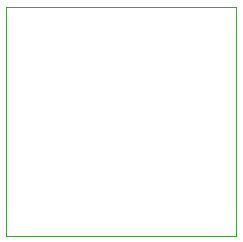
<source format=gbr>
%TF.GenerationSoftware,KiCad,Pcbnew,(7.0.0)*%
%TF.CreationDate,2023-04-14T14:06:49+02:00*%
%TF.ProjectId,ATtiny-final,41547469-6e79-42d6-9669-6e616c2e6b69,rev?*%
%TF.SameCoordinates,Original*%
%TF.FileFunction,Profile,NP*%
%FSLAX46Y46*%
G04 Gerber Fmt 4.6, Leading zero omitted, Abs format (unit mm)*
G04 Created by KiCad (PCBNEW (7.0.0)) date 2023-04-14 14:06:49*
%MOMM*%
%LPD*%
G01*
G04 APERTURE LIST*
%TA.AperFunction,Profile*%
%ADD10C,0.100000*%
%TD*%
G04 APERTURE END LIST*
D10*
X141528000Y-89400000D02*
X161000000Y-89400000D01*
X161000000Y-89400000D02*
X161000000Y-108800000D01*
X161000000Y-108800000D02*
X141528000Y-108800000D01*
X141528000Y-108800000D02*
X141528000Y-89400000D01*
M02*

</source>
